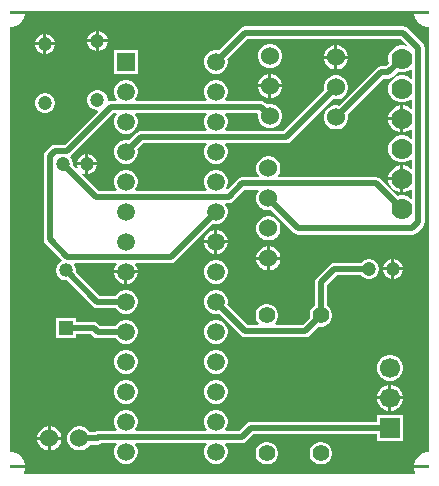
<source format=gbr>
G04*
G04 #@! TF.GenerationSoftware,Altium Limited,Altium Designer,22.4.2 (48)*
G04*
G04 Layer_Physical_Order=2*
G04 Layer_Color=16711680*
%FSLAX25Y25*%
%MOIN*%
G70*
G04*
G04 #@! TF.SameCoordinates,58CDF047-041F-4824-80A0-4C5186096447*
G04*
G04*
G04 #@! TF.FilePolarity,Positive*
G04*
G01*
G75*
%ADD26C,0.02000*%
%ADD27C,0.04693*%
%ADD28R,0.04693X0.04693*%
%ADD29C,0.06000*%
%ADD30C,0.06693*%
%ADD31R,0.06693X0.06693*%
%ADD32C,0.07000*%
%ADD33C,0.05512*%
%ADD34C,0.05906*%
%ADD35R,0.05906X0.05906*%
%ADD36C,0.04724*%
G36*
X244500Y497500D02*
X239563D01*
Y497350D01*
X239899Y496094D01*
X240549Y494969D01*
X241469Y494049D01*
X242594Y493399D01*
X243850Y493063D01*
X244500D01*
Y351437D01*
X243850D01*
X242594Y351101D01*
X241469Y350451D01*
X240549Y349531D01*
X239899Y348406D01*
X239563Y347150D01*
Y347000D01*
X244500D01*
Y346000D01*
X239563D01*
Y345850D01*
X239899Y344594D01*
X239993Y344433D01*
X239743Y344000D01*
X109757D01*
X109507Y344433D01*
X109601Y344594D01*
X109937Y345850D01*
Y346000D01*
X105000D01*
Y347000D01*
X109937D01*
Y347150D01*
X109601Y348406D01*
X108951Y349531D01*
X108031Y350451D01*
X106906Y351101D01*
X105650Y351437D01*
X105000D01*
Y493063D01*
X105650D01*
X106906Y493399D01*
X108031Y494049D01*
X108951Y494969D01*
X109601Y496094D01*
X109937Y497350D01*
Y497500D01*
X105000D01*
Y498500D01*
X244500D01*
Y497500D01*
D02*
G37*
%LPC*%
G36*
X134500Y491847D02*
Y489000D01*
X137347D01*
X137133Y489798D01*
X136690Y490564D01*
X136064Y491190D01*
X135298Y491633D01*
X134500Y491847D01*
D02*
G37*
G36*
X133500D02*
X132702Y491633D01*
X131936Y491190D01*
X131310Y490564D01*
X130867Y489798D01*
X130653Y489000D01*
X133500D01*
Y491847D01*
D02*
G37*
G36*
X117000Y490847D02*
Y488000D01*
X119847D01*
X119633Y488798D01*
X119190Y489564D01*
X118564Y490190D01*
X117798Y490633D01*
X117000Y490847D01*
D02*
G37*
G36*
X116000D02*
X115202Y490633D01*
X114436Y490190D01*
X113810Y489564D01*
X113367Y488798D01*
X113153Y488000D01*
X116000D01*
Y490847D01*
D02*
G37*
G36*
X236000Y493339D02*
X183300D01*
X182520Y493184D01*
X181858Y492742D01*
X174453Y485337D01*
X174020Y485453D01*
X172980D01*
X171974Y485183D01*
X171073Y484663D01*
X170337Y483927D01*
X169817Y483026D01*
X169547Y482020D01*
Y480980D01*
X169817Y479974D01*
X170337Y479073D01*
X171073Y478337D01*
X171974Y477817D01*
X172980Y477547D01*
X174020D01*
X175026Y477817D01*
X175927Y478337D01*
X176663Y479073D01*
X177183Y479974D01*
X177453Y480980D01*
Y482020D01*
X177337Y482453D01*
X184145Y489261D01*
X235155D01*
X237194Y487223D01*
X236935Y486774D01*
X236092Y487000D01*
X234908D01*
X233763Y486693D01*
X232737Y486101D01*
X231899Y485263D01*
X231307Y484237D01*
X231000Y483092D01*
Y481908D01*
X231216Y481100D01*
X230155Y480039D01*
X228500D01*
X227720Y479884D01*
X227058Y479442D01*
X214492Y466875D01*
X214027Y467000D01*
X212973D01*
X211956Y466727D01*
X211044Y466201D01*
X210299Y465456D01*
X209773Y464544D01*
X209500Y463527D01*
Y462473D01*
X209773Y461456D01*
X210299Y460544D01*
X211044Y459799D01*
X211956Y459273D01*
X212973Y459000D01*
X214027D01*
X215044Y459273D01*
X215956Y459799D01*
X216701Y460544D01*
X217227Y461456D01*
X217500Y462473D01*
Y463527D01*
X217375Y463992D01*
X229345Y475961D01*
X231000D01*
X231780Y476116D01*
X232442Y476558D01*
X234100Y478216D01*
X234908Y478000D01*
X236092D01*
X237237Y478307D01*
X238263Y478899D01*
X238499Y479135D01*
X238961Y478944D01*
Y476056D01*
X238499Y475865D01*
X238263Y476101D01*
X237237Y476693D01*
X236092Y477000D01*
X234908D01*
X233763Y476693D01*
X232737Y476101D01*
X231899Y475263D01*
X231307Y474237D01*
X231000Y473092D01*
Y471908D01*
X231307Y470763D01*
X231899Y469737D01*
X232737Y468899D01*
X233763Y468307D01*
X234908Y468000D01*
X236092D01*
X237237Y468307D01*
X238263Y468899D01*
X238499Y469135D01*
X238961Y468944D01*
Y466056D01*
X238499Y465865D01*
X238263Y466101D01*
X237237Y466693D01*
X236092Y467000D01*
X236000D01*
Y462500D01*
Y458000D01*
X236092D01*
X237237Y458307D01*
X238263Y458899D01*
X238499Y459135D01*
X238961Y458944D01*
Y456056D01*
X238499Y455865D01*
X238263Y456101D01*
X237237Y456693D01*
X236092Y457000D01*
X234908D01*
X233763Y456693D01*
X232737Y456101D01*
X231899Y455263D01*
X231307Y454237D01*
X231000Y453092D01*
Y451908D01*
X231307Y450763D01*
X231899Y449737D01*
X232737Y448899D01*
X233763Y448307D01*
X234908Y448000D01*
X236092D01*
X237237Y448307D01*
X238263Y448899D01*
X238499Y449135D01*
X238961Y448944D01*
Y446056D01*
X238499Y445865D01*
X238263Y446101D01*
X237237Y446693D01*
X236092Y447000D01*
X236000D01*
Y442500D01*
Y438000D01*
X236092D01*
X237237Y438307D01*
X238263Y438899D01*
X238499Y439135D01*
X238961Y438944D01*
Y436056D01*
X238499Y435865D01*
X238263Y436101D01*
X237237Y436693D01*
X236092Y437000D01*
X234908D01*
X234100Y436784D01*
X228442Y442442D01*
X227780Y442884D01*
X227000Y443039D01*
X194349D01*
X194158Y443501D01*
X194201Y443544D01*
X194727Y444456D01*
X195000Y445473D01*
Y446527D01*
X194727Y447544D01*
X194201Y448456D01*
X193456Y449201D01*
X192544Y449727D01*
X191527Y450000D01*
X190473D01*
X189456Y449727D01*
X188544Y449201D01*
X187799Y448456D01*
X187273Y447544D01*
X187000Y446527D01*
Y445473D01*
X187273Y444456D01*
X187799Y443544D01*
X187842Y443501D01*
X187651Y443039D01*
X182200D01*
X181420Y442884D01*
X180758Y442442D01*
X177187Y438870D01*
X177130Y438882D01*
X176876Y439442D01*
X177183Y439974D01*
X177453Y440980D01*
Y442020D01*
X177183Y443026D01*
X176663Y443927D01*
X175927Y444663D01*
X175026Y445183D01*
X174020Y445453D01*
X172980D01*
X171974Y445183D01*
X171073Y444663D01*
X170337Y443927D01*
X169817Y443026D01*
X169547Y442020D01*
Y440980D01*
X169817Y439974D01*
X170337Y439073D01*
X170409Y439001D01*
X170218Y438539D01*
X146783D01*
X146591Y439001D01*
X146663Y439073D01*
X147183Y439974D01*
X147453Y440980D01*
Y442020D01*
X147183Y443026D01*
X146663Y443927D01*
X145927Y444663D01*
X145026Y445183D01*
X144020Y445453D01*
X142980D01*
X141974Y445183D01*
X141073Y444663D01*
X140337Y443927D01*
X139817Y443026D01*
X139547Y442020D01*
Y440980D01*
X139817Y439974D01*
X140337Y439073D01*
X140409Y439001D01*
X140217Y438539D01*
X134345D01*
X128947Y443937D01*
X129202Y444367D01*
X130000Y444153D01*
Y447000D01*
X127153D01*
X127367Y446202D01*
X126937Y445947D01*
X125855Y447029D01*
X125862Y447057D01*
Y447943D01*
X125633Y448798D01*
X125190Y449564D01*
X124994Y449761D01*
X125043Y450258D01*
X125342Y450458D01*
X139345Y464461D01*
X140217D01*
X140409Y463999D01*
X140337Y463927D01*
X139817Y463026D01*
X139547Y462020D01*
Y460980D01*
X139817Y459974D01*
X140337Y459073D01*
X141073Y458337D01*
X141974Y457817D01*
X142980Y457547D01*
X144020D01*
X145026Y457817D01*
X145927Y458337D01*
X146663Y459073D01*
X147183Y459974D01*
X147453Y460980D01*
Y462020D01*
X147183Y463026D01*
X146663Y463927D01*
X146591Y463999D01*
X146783Y464461D01*
X170218D01*
X170409Y463999D01*
X170337Y463927D01*
X169817Y463026D01*
X169547Y462020D01*
Y460980D01*
X169817Y459974D01*
X170337Y459073D01*
X170409Y459001D01*
X170218Y458539D01*
X148500D01*
X147720Y458384D01*
X147058Y457942D01*
X144453Y455337D01*
X144020Y455453D01*
X142980D01*
X141974Y455183D01*
X141073Y454663D01*
X140337Y453927D01*
X139817Y453026D01*
X139547Y452020D01*
Y450980D01*
X139817Y449974D01*
X140337Y449073D01*
X141073Y448337D01*
X141974Y447817D01*
X142980Y447547D01*
X144020D01*
X145026Y447817D01*
X145927Y448337D01*
X146663Y449073D01*
X147183Y449974D01*
X147453Y450980D01*
Y452020D01*
X147337Y452453D01*
X149345Y454461D01*
X170218D01*
X170409Y453999D01*
X170337Y453927D01*
X169817Y453026D01*
X169547Y452020D01*
Y450980D01*
X169817Y449974D01*
X170337Y449073D01*
X171073Y448337D01*
X171974Y447817D01*
X172980Y447547D01*
X174020D01*
X175026Y447817D01*
X175927Y448337D01*
X176663Y449073D01*
X177183Y449974D01*
X177453Y450980D01*
Y452020D01*
X177183Y453026D01*
X176663Y453927D01*
X176591Y453999D01*
X176783Y454461D01*
X197000D01*
X197780Y454616D01*
X198442Y455058D01*
X212508Y469125D01*
X212973Y469000D01*
X214027D01*
X215044Y469273D01*
X215956Y469799D01*
X216701Y470544D01*
X217227Y471456D01*
X217500Y472473D01*
Y473527D01*
X217227Y474544D01*
X216701Y475456D01*
X215956Y476201D01*
X215044Y476727D01*
X214027Y477000D01*
X212973D01*
X211956Y476727D01*
X211044Y476201D01*
X210299Y475456D01*
X209773Y474544D01*
X209500Y473527D01*
Y472473D01*
X209625Y472008D01*
X196155Y458539D01*
X176783D01*
X176591Y459001D01*
X176663Y459073D01*
X177183Y459974D01*
X177453Y460980D01*
Y462020D01*
X177183Y463026D01*
X176663Y463927D01*
X176591Y463999D01*
X176783Y464461D01*
X187206D01*
X187510Y464064D01*
X187500Y464027D01*
Y462973D01*
X187773Y461956D01*
X188299Y461044D01*
X189044Y460299D01*
X189956Y459773D01*
X190973Y459500D01*
X192027D01*
X193044Y459773D01*
X193956Y460299D01*
X194701Y461044D01*
X195227Y461956D01*
X195500Y462973D01*
Y464027D01*
X195227Y465044D01*
X194701Y465956D01*
X193956Y466701D01*
X193044Y467227D01*
X192027Y467500D01*
X190973D01*
X190508Y467375D01*
X189942Y467942D01*
X189280Y468384D01*
X188500Y468539D01*
X176783D01*
X176591Y469001D01*
X176663Y469073D01*
X177183Y469974D01*
X177453Y470980D01*
Y472020D01*
X177183Y473026D01*
X176663Y473927D01*
X175927Y474663D01*
X175026Y475183D01*
X174020Y475453D01*
X172980D01*
X171974Y475183D01*
X171073Y474663D01*
X170337Y473927D01*
X169817Y473026D01*
X169547Y472020D01*
Y470980D01*
X169817Y469974D01*
X170337Y469073D01*
X170409Y469001D01*
X170218Y468539D01*
X146783D01*
X146591Y469001D01*
X146663Y469073D01*
X147183Y469974D01*
X147453Y470980D01*
Y472020D01*
X147183Y473026D01*
X146663Y473927D01*
X145927Y474663D01*
X145026Y475183D01*
X144020Y475453D01*
X142980D01*
X141974Y475183D01*
X141073Y474663D01*
X140337Y473927D01*
X139817Y473026D01*
X139547Y472020D01*
Y470980D01*
X139817Y469974D01*
X140337Y469073D01*
X140409Y469001D01*
X140217Y468539D01*
X138500D01*
X137862Y468412D01*
X137467Y468640D01*
X137362Y468747D01*
Y469258D01*
X137133Y470113D01*
X136690Y470879D01*
X136064Y471505D01*
X135298Y471948D01*
X134443Y472177D01*
X133557D01*
X132702Y471948D01*
X131936Y471505D01*
X131310Y470879D01*
X130867Y470113D01*
X130638Y469258D01*
Y468372D01*
X130867Y467517D01*
X131310Y466750D01*
X131936Y466124D01*
X132702Y465682D01*
X133557Y465453D01*
X133862D01*
X134069Y464953D01*
X123055Y453939D01*
X120000D01*
X120000Y453939D01*
X119220Y453784D01*
X118558Y453342D01*
X116658Y451442D01*
X116216Y450780D01*
X116061Y450000D01*
Y422400D01*
X116216Y421620D01*
X116658Y420958D01*
X122052Y415564D01*
X121943Y414965D01*
X121445Y414678D01*
X120822Y414055D01*
X120382Y413292D01*
X120153Y412441D01*
Y411559D01*
X120382Y410708D01*
X120822Y409945D01*
X121445Y409322D01*
X122208Y408882D01*
X123059Y408653D01*
X123941D01*
X123958Y408658D01*
X132558Y400058D01*
X133220Y399616D01*
X134000Y399461D01*
X140113D01*
X140337Y399073D01*
X141073Y398337D01*
X141974Y397817D01*
X142980Y397547D01*
X144020D01*
X145026Y397817D01*
X145927Y398337D01*
X146663Y399073D01*
X147183Y399974D01*
X147453Y400980D01*
Y402020D01*
X147183Y403026D01*
X146663Y403927D01*
X145927Y404663D01*
X145026Y405183D01*
X144020Y405453D01*
X142980D01*
X141974Y405183D01*
X141073Y404663D01*
X140337Y403927D01*
X140113Y403539D01*
X134845D01*
X126842Y411542D01*
X126847Y411559D01*
Y412441D01*
X126618Y413292D01*
X126232Y413961D01*
X126408Y414461D01*
X140217D01*
X140409Y413999D01*
X140337Y413927D01*
X139817Y413026D01*
X139547Y412020D01*
Y412000D01*
X147453D01*
Y412020D01*
X147183Y413026D01*
X146663Y413927D01*
X146591Y413999D01*
X146783Y414461D01*
X158500D01*
X159280Y414616D01*
X159942Y415058D01*
X172547Y427663D01*
X172980Y427547D01*
X174020D01*
X175026Y427817D01*
X175927Y428337D01*
X176663Y429073D01*
X177183Y429974D01*
X177453Y430980D01*
Y432020D01*
X177183Y433026D01*
X176663Y433927D01*
X176591Y433999D01*
X176783Y434461D01*
X177700D01*
X178480Y434616D01*
X179142Y435058D01*
X183045Y438961D01*
X187651D01*
X187842Y438499D01*
X187799Y438456D01*
X187273Y437544D01*
X187000Y436527D01*
Y435473D01*
X187273Y434456D01*
X187799Y433544D01*
X188544Y432799D01*
X189456Y432273D01*
X190473Y432000D01*
X191527D01*
X191992Y432125D01*
X199558Y424558D01*
X199558Y424558D01*
X200220Y424116D01*
X201000Y423961D01*
X201000Y423961D01*
X239000D01*
X239780Y424116D01*
X240442Y424558D01*
X242442Y426558D01*
X242884Y427220D01*
X243039Y428000D01*
Y486300D01*
X242884Y487080D01*
X242442Y487742D01*
X237442Y492742D01*
X236780Y493184D01*
X236000Y493339D01*
D02*
G37*
G36*
X137347Y488000D02*
X134500D01*
Y485153D01*
X135298Y485367D01*
X136064Y485810D01*
X136690Y486436D01*
X137133Y487202D01*
X137347Y488000D01*
D02*
G37*
G36*
X133500D02*
X130653D01*
X130867Y487202D01*
X131310Y486436D01*
X131936Y485810D01*
X132702Y485367D01*
X133500Y485153D01*
Y488000D01*
D02*
G37*
G36*
X119847Y487000D02*
X117000D01*
Y484153D01*
X117798Y484367D01*
X118564Y484810D01*
X119190Y485436D01*
X119633Y486202D01*
X119847Y487000D01*
D02*
G37*
G36*
X116000D02*
X113153D01*
X113367Y486202D01*
X113810Y485436D01*
X114436Y484810D01*
X115202Y484367D01*
X116000Y484153D01*
Y487000D01*
D02*
G37*
G36*
X214027D02*
X214000D01*
Y483500D01*
X217500D01*
Y483527D01*
X217227Y484544D01*
X216701Y485456D01*
X215956Y486201D01*
X215044Y486727D01*
X214027Y487000D01*
D02*
G37*
G36*
X213000D02*
X212973D01*
X211956Y486727D01*
X211044Y486201D01*
X210299Y485456D01*
X209773Y484544D01*
X209500Y483527D01*
Y483500D01*
X213000D01*
Y487000D01*
D02*
G37*
G36*
X192027Y487500D02*
X190973D01*
X189956Y487227D01*
X189044Y486701D01*
X188299Y485956D01*
X187773Y485044D01*
X187500Y484027D01*
Y482973D01*
X187773Y481956D01*
X188299Y481044D01*
X189044Y480299D01*
X189956Y479773D01*
X190973Y479500D01*
X192027D01*
X193044Y479773D01*
X193956Y480299D01*
X194701Y481044D01*
X195227Y481956D01*
X195500Y482973D01*
Y484027D01*
X195227Y485044D01*
X194701Y485956D01*
X193956Y486701D01*
X193044Y487227D01*
X192027Y487500D01*
D02*
G37*
G36*
X217500Y482500D02*
X214000D01*
Y479000D01*
X214027D01*
X215044Y479273D01*
X215956Y479799D01*
X216701Y480544D01*
X217227Y481456D01*
X217500Y482473D01*
Y482500D01*
D02*
G37*
G36*
X213000D02*
X209500D01*
Y482473D01*
X209773Y481456D01*
X210299Y480544D01*
X211044Y479799D01*
X211956Y479273D01*
X212973Y479000D01*
X213000D01*
Y482500D01*
D02*
G37*
G36*
X147453Y485453D02*
X139547D01*
Y477547D01*
X147453D01*
Y485453D01*
D02*
G37*
G36*
X192027Y477500D02*
X192000D01*
Y474000D01*
X195500D01*
Y474027D01*
X195227Y475044D01*
X194701Y475956D01*
X193956Y476701D01*
X193044Y477227D01*
X192027Y477500D01*
D02*
G37*
G36*
X191000D02*
X190973D01*
X189956Y477227D01*
X189044Y476701D01*
X188299Y475956D01*
X187773Y475044D01*
X187500Y474027D01*
Y474000D01*
X191000D01*
Y477500D01*
D02*
G37*
G36*
X195500Y473000D02*
X192000D01*
Y469500D01*
X192027D01*
X193044Y469773D01*
X193956Y470299D01*
X194701Y471044D01*
X195227Y471956D01*
X195500Y472973D01*
Y473000D01*
D02*
G37*
G36*
X191000D02*
X187500D01*
Y472973D01*
X187773Y471956D01*
X188299Y471044D01*
X189044Y470299D01*
X189956Y469773D01*
X190973Y469500D01*
X191000D01*
Y473000D01*
D02*
G37*
G36*
X116943Y471177D02*
X116057D01*
X115202Y470948D01*
X114436Y470505D01*
X113810Y469879D01*
X113367Y469113D01*
X113138Y468258D01*
Y467372D01*
X113367Y466517D01*
X113810Y465751D01*
X114436Y465125D01*
X115202Y464682D01*
X116057Y464453D01*
X116943D01*
X117798Y464682D01*
X118564Y465125D01*
X119190Y465751D01*
X119633Y466517D01*
X119862Y467372D01*
Y468258D01*
X119633Y469113D01*
X119190Y469879D01*
X118564Y470505D01*
X117798Y470948D01*
X116943Y471177D01*
D02*
G37*
G36*
X235000Y467000D02*
X234908D01*
X233763Y466693D01*
X232737Y466101D01*
X231899Y465263D01*
X231307Y464237D01*
X231000Y463092D01*
Y463000D01*
X235000D01*
Y467000D01*
D02*
G37*
G36*
Y462000D02*
X231000D01*
Y461908D01*
X231307Y460763D01*
X231899Y459737D01*
X232737Y458899D01*
X233763Y458307D01*
X234908Y458000D01*
X235000D01*
Y462000D01*
D02*
G37*
G36*
X131000Y450847D02*
Y448000D01*
X133847D01*
X133633Y448798D01*
X133190Y449564D01*
X132564Y450190D01*
X131798Y450633D01*
X131000Y450847D01*
D02*
G37*
G36*
X130000D02*
X129202Y450633D01*
X128436Y450190D01*
X127810Y449564D01*
X127367Y448798D01*
X127153Y448000D01*
X130000D01*
Y450847D01*
D02*
G37*
G36*
X133847Y447000D02*
X131000D01*
Y444153D01*
X131798Y444367D01*
X132564Y444810D01*
X133190Y445436D01*
X133633Y446202D01*
X133847Y447000D01*
D02*
G37*
G36*
X235000D02*
X234908D01*
X233763Y446693D01*
X232737Y446101D01*
X231899Y445263D01*
X231307Y444237D01*
X231000Y443092D01*
Y443000D01*
X235000D01*
Y447000D01*
D02*
G37*
G36*
Y442000D02*
X231000D01*
Y441908D01*
X231307Y440763D01*
X231899Y439737D01*
X232737Y438899D01*
X233763Y438307D01*
X234908Y438000D01*
X235000D01*
Y442000D01*
D02*
G37*
G36*
X191527Y430000D02*
X190473D01*
X189456Y429727D01*
X188544Y429201D01*
X187799Y428456D01*
X187273Y427544D01*
X187000Y426527D01*
Y425473D01*
X187273Y424456D01*
X187799Y423544D01*
X188544Y422799D01*
X189456Y422273D01*
X190473Y422000D01*
X191527D01*
X192544Y422273D01*
X193456Y422799D01*
X194201Y423544D01*
X194727Y424456D01*
X195000Y425473D01*
Y426527D01*
X194727Y427544D01*
X194201Y428456D01*
X193456Y429201D01*
X192544Y429727D01*
X191527Y430000D01*
D02*
G37*
G36*
X174020Y425453D02*
X174000D01*
Y422000D01*
X177453D01*
Y422020D01*
X177183Y423026D01*
X176663Y423927D01*
X175927Y424663D01*
X175026Y425183D01*
X174020Y425453D01*
D02*
G37*
G36*
X173000D02*
X172980D01*
X171974Y425183D01*
X171073Y424663D01*
X170337Y423927D01*
X169817Y423026D01*
X169547Y422020D01*
Y422000D01*
X173000D01*
Y425453D01*
D02*
G37*
G36*
X177453Y421000D02*
X174000D01*
Y417547D01*
X174020D01*
X175026Y417817D01*
X175927Y418337D01*
X176663Y419073D01*
X177183Y419974D01*
X177453Y420980D01*
Y421000D01*
D02*
G37*
G36*
X173000D02*
X169547D01*
Y420980D01*
X169817Y419974D01*
X170337Y419073D01*
X171073Y418337D01*
X171974Y417817D01*
X172980Y417547D01*
X173000D01*
Y421000D01*
D02*
G37*
G36*
X191527Y420000D02*
X191500D01*
Y416500D01*
X195000D01*
Y416527D01*
X194727Y417544D01*
X194201Y418456D01*
X193456Y419201D01*
X192544Y419727D01*
X191527Y420000D01*
D02*
G37*
G36*
X190500D02*
X190473D01*
X189456Y419727D01*
X188544Y419201D01*
X187799Y418456D01*
X187273Y417544D01*
X187000Y416527D01*
Y416500D01*
X190500D01*
Y420000D01*
D02*
G37*
G36*
X233000Y415847D02*
Y413000D01*
X235847D01*
X235633Y413798D01*
X235190Y414564D01*
X234564Y415190D01*
X233798Y415633D01*
X233000Y415847D01*
D02*
G37*
G36*
X232000D02*
X231202Y415633D01*
X230436Y415190D01*
X229810Y414564D01*
X229367Y413798D01*
X229153Y413000D01*
X232000D01*
Y415847D01*
D02*
G37*
G36*
X195000Y415500D02*
X191500D01*
Y412000D01*
X191527D01*
X192544Y412273D01*
X193456Y412799D01*
X194201Y413544D01*
X194727Y414456D01*
X195000Y415473D01*
Y415500D01*
D02*
G37*
G36*
X190500D02*
X187000D01*
Y415473D01*
X187273Y414456D01*
X187799Y413544D01*
X188544Y412799D01*
X189456Y412273D01*
X190473Y412000D01*
X190500D01*
Y415500D01*
D02*
G37*
G36*
X235847Y412000D02*
X233000D01*
Y409153D01*
X233798Y409367D01*
X234564Y409810D01*
X235190Y410436D01*
X235633Y411202D01*
X235847Y412000D01*
D02*
G37*
G36*
X232000D02*
X229153D01*
X229367Y411202D01*
X229810Y410436D01*
X230436Y409810D01*
X231202Y409367D01*
X232000Y409153D01*
Y412000D01*
D02*
G37*
G36*
X224943Y415862D02*
X224057D01*
X223202Y415633D01*
X222436Y415190D01*
X221810Y414564D01*
X221795Y414539D01*
X213000D01*
X212220Y414384D01*
X211558Y413942D01*
X207058Y409442D01*
X206616Y408780D01*
X206461Y408000D01*
Y400160D01*
X206194Y400005D01*
X205494Y399306D01*
X205000Y398450D01*
X204744Y397495D01*
Y396505D01*
X204824Y396208D01*
X202455Y393839D01*
X193358D01*
X193151Y394339D01*
X193506Y394694D01*
X194000Y395550D01*
X194256Y396506D01*
Y397495D01*
X194000Y398450D01*
X193506Y399306D01*
X192806Y400005D01*
X191950Y400500D01*
X190995Y400756D01*
X190006D01*
X189050Y400500D01*
X188194Y400005D01*
X187495Y399306D01*
X187000Y398450D01*
X186744Y397495D01*
Y396506D01*
X187000Y395550D01*
X187495Y394694D01*
X187849Y394339D01*
X187642Y393839D01*
X184045D01*
X177337Y400547D01*
X177453Y400980D01*
Y402020D01*
X177183Y403026D01*
X176663Y403927D01*
X175927Y404663D01*
X175026Y405183D01*
X174020Y405453D01*
X172980D01*
X171974Y405183D01*
X171073Y404663D01*
X170337Y403927D01*
X169817Y403026D01*
X169547Y402020D01*
Y400980D01*
X169817Y399974D01*
X170337Y399073D01*
X171073Y398337D01*
X171974Y397817D01*
X172980Y397547D01*
X174020D01*
X174453Y397663D01*
X181758Y390358D01*
X182420Y389916D01*
X183200Y389761D01*
X203300D01*
X204080Y389916D01*
X204742Y390358D01*
X207708Y393324D01*
X208005Y393244D01*
X208995D01*
X209950Y393500D01*
X210806Y393994D01*
X211506Y394694D01*
X212000Y395550D01*
X212256Y396505D01*
Y397495D01*
X212000Y398450D01*
X211506Y399306D01*
X210806Y400005D01*
X210539Y400160D01*
Y407155D01*
X213845Y410461D01*
X221795D01*
X221810Y410436D01*
X222436Y409810D01*
X223202Y409367D01*
X224057Y409138D01*
X224943D01*
X225798Y409367D01*
X226564Y409810D01*
X227190Y410436D01*
X227633Y411202D01*
X227862Y412057D01*
Y412943D01*
X227633Y413798D01*
X227190Y414564D01*
X226564Y415190D01*
X225798Y415633D01*
X224943Y415862D01*
D02*
G37*
G36*
X174020Y415453D02*
X172980D01*
X171974Y415183D01*
X171073Y414663D01*
X170337Y413927D01*
X169817Y413026D01*
X169547Y412020D01*
Y410980D01*
X169817Y409974D01*
X170337Y409073D01*
X171073Y408337D01*
X171974Y407817D01*
X172980Y407547D01*
X174020D01*
X175026Y407817D01*
X175927Y408337D01*
X176663Y409073D01*
X177183Y409974D01*
X177453Y410980D01*
Y412020D01*
X177183Y413026D01*
X176663Y413927D01*
X175927Y414663D01*
X175026Y415183D01*
X174020Y415453D01*
D02*
G37*
G36*
X147453Y411000D02*
X144000D01*
Y407547D01*
X144020D01*
X145026Y407817D01*
X145927Y408337D01*
X146663Y409073D01*
X147183Y409974D01*
X147453Y410980D01*
Y411000D01*
D02*
G37*
G36*
X143000D02*
X139547D01*
Y410980D01*
X139817Y409974D01*
X140337Y409073D01*
X141073Y408337D01*
X141974Y407817D01*
X142980Y407547D01*
X143000D01*
Y411000D01*
D02*
G37*
G36*
X174020Y395453D02*
X172980D01*
X171974Y395183D01*
X171073Y394663D01*
X170337Y393927D01*
X169817Y393026D01*
X169547Y392020D01*
Y390980D01*
X169817Y389974D01*
X170337Y389073D01*
X171073Y388337D01*
X171974Y387817D01*
X172980Y387547D01*
X174020D01*
X175026Y387817D01*
X175927Y388337D01*
X176663Y389073D01*
X177183Y389974D01*
X177453Y390980D01*
Y392020D01*
X177183Y393026D01*
X176663Y393927D01*
X175927Y394663D01*
X175026Y395183D01*
X174020Y395453D01*
D02*
G37*
G36*
X126847Y396134D02*
X120153D01*
Y389441D01*
X126847D01*
Y390748D01*
X131955D01*
X132645Y390058D01*
X133307Y389616D01*
X134087Y389461D01*
X140113D01*
X140337Y389073D01*
X141073Y388337D01*
X141974Y387817D01*
X142980Y387547D01*
X144020D01*
X145026Y387817D01*
X145927Y388337D01*
X146663Y389073D01*
X147183Y389974D01*
X147453Y390980D01*
Y392020D01*
X147183Y393026D01*
X146663Y393927D01*
X145927Y394663D01*
X145026Y395183D01*
X144020Y395453D01*
X142980D01*
X141974Y395183D01*
X141073Y394663D01*
X140337Y393927D01*
X140113Y393539D01*
X134932D01*
X134242Y394229D01*
X133580Y394671D01*
X132800Y394827D01*
X126847D01*
Y396134D01*
D02*
G37*
G36*
X174020Y385453D02*
X172980D01*
X171974Y385183D01*
X171073Y384663D01*
X170337Y383927D01*
X169817Y383026D01*
X169547Y382020D01*
Y380980D01*
X169817Y379974D01*
X170337Y379073D01*
X171073Y378337D01*
X171974Y377817D01*
X172980Y377547D01*
X174020D01*
X175026Y377817D01*
X175927Y378337D01*
X176663Y379073D01*
X177183Y379974D01*
X177453Y380980D01*
Y382020D01*
X177183Y383026D01*
X176663Y383927D01*
X175927Y384663D01*
X175026Y385183D01*
X174020Y385453D01*
D02*
G37*
G36*
X144020D02*
X142980D01*
X141974Y385183D01*
X141073Y384663D01*
X140337Y383927D01*
X139817Y383026D01*
X139547Y382020D01*
Y380980D01*
X139817Y379974D01*
X140337Y379073D01*
X141073Y378337D01*
X141974Y377817D01*
X142980Y377547D01*
X144020D01*
X145026Y377817D01*
X145927Y378337D01*
X146663Y379073D01*
X147183Y379974D01*
X147453Y380980D01*
Y382020D01*
X147183Y383026D01*
X146663Y383927D01*
X145927Y384663D01*
X145026Y385183D01*
X144020Y385453D01*
D02*
G37*
G36*
X232072Y383846D02*
X230928D01*
X229822Y383550D01*
X228831Y382978D01*
X228022Y382169D01*
X227450Y381178D01*
X227153Y380072D01*
Y378928D01*
X227450Y377822D01*
X228022Y376831D01*
X228831Y376022D01*
X229822Y375450D01*
X230928Y375153D01*
X232072D01*
X233178Y375450D01*
X234169Y376022D01*
X234978Y376831D01*
X235550Y377822D01*
X235846Y378928D01*
Y380072D01*
X235550Y381178D01*
X234978Y382169D01*
X234169Y382978D01*
X233178Y383550D01*
X232072Y383846D01*
D02*
G37*
G36*
Y373847D02*
X232000D01*
Y370000D01*
X235846D01*
Y370072D01*
X235550Y371178D01*
X234978Y372169D01*
X234169Y372978D01*
X233178Y373550D01*
X232072Y373847D01*
D02*
G37*
G36*
X231000D02*
X230928D01*
X229822Y373550D01*
X228831Y372978D01*
X228022Y372169D01*
X227450Y371178D01*
X227153Y370072D01*
Y370000D01*
X231000D01*
Y373847D01*
D02*
G37*
G36*
X174020Y375453D02*
X172980D01*
X171974Y375183D01*
X171073Y374663D01*
X170337Y373927D01*
X169817Y373026D01*
X169547Y372020D01*
Y370980D01*
X169817Y369974D01*
X170337Y369073D01*
X171073Y368337D01*
X171974Y367817D01*
X172980Y367547D01*
X174020D01*
X175026Y367817D01*
X175927Y368337D01*
X176663Y369073D01*
X177183Y369974D01*
X177453Y370980D01*
Y372020D01*
X177183Y373026D01*
X176663Y373927D01*
X175927Y374663D01*
X175026Y375183D01*
X174020Y375453D01*
D02*
G37*
G36*
X144020D02*
X142980D01*
X141974Y375183D01*
X141073Y374663D01*
X140337Y373927D01*
X139817Y373026D01*
X139547Y372020D01*
Y370980D01*
X139817Y369974D01*
X140337Y369073D01*
X141073Y368337D01*
X141974Y367817D01*
X142980Y367547D01*
X144020D01*
X145026Y367817D01*
X145927Y368337D01*
X146663Y369073D01*
X147183Y369974D01*
X147453Y370980D01*
Y372020D01*
X147183Y373026D01*
X146663Y373927D01*
X145927Y374663D01*
X145026Y375183D01*
X144020Y375453D01*
D02*
G37*
G36*
X235846Y369000D02*
X232000D01*
Y365154D01*
X232072D01*
X233178Y365450D01*
X234169Y366022D01*
X234978Y366831D01*
X235550Y367822D01*
X235846Y368928D01*
Y369000D01*
D02*
G37*
G36*
X231000D02*
X227153D01*
Y368928D01*
X227450Y367822D01*
X228022Y366831D01*
X228831Y366022D01*
X229822Y365450D01*
X230928Y365154D01*
X231000D01*
Y369000D01*
D02*
G37*
G36*
X174020Y365453D02*
X172980D01*
X171974Y365183D01*
X171073Y364663D01*
X170337Y363927D01*
X169817Y363026D01*
X169547Y362020D01*
Y360980D01*
X169817Y359974D01*
X170337Y359073D01*
X170409Y359001D01*
X170218Y358539D01*
X146783D01*
X146591Y359001D01*
X146663Y359073D01*
X147183Y359974D01*
X147453Y360980D01*
Y362020D01*
X147183Y363026D01*
X146663Y363927D01*
X145927Y364663D01*
X145026Y365183D01*
X144020Y365453D01*
X142980D01*
X141974Y365183D01*
X141073Y364663D01*
X140337Y363927D01*
X139817Y363026D01*
X139547Y362020D01*
Y360980D01*
X139817Y359974D01*
X140337Y359073D01*
X140409Y359001D01*
X140217Y358539D01*
X134400D01*
X134400Y358539D01*
X133620Y358384D01*
X133104Y358039D01*
X131441D01*
X131201Y358456D01*
X130456Y359201D01*
X129544Y359727D01*
X128527Y360000D01*
X127473D01*
X126456Y359727D01*
X125544Y359201D01*
X124799Y358456D01*
X124273Y357544D01*
X124000Y356527D01*
Y355473D01*
X124273Y354456D01*
X124799Y353544D01*
X125544Y352799D01*
X126456Y352273D01*
X127473Y352000D01*
X128527D01*
X129544Y352273D01*
X130456Y352799D01*
X131201Y353544D01*
X131441Y353961D01*
X133900D01*
X134680Y354116D01*
X135196Y354461D01*
X140217D01*
X140409Y353999D01*
X140337Y353927D01*
X139817Y353026D01*
X139547Y352020D01*
Y350980D01*
X139817Y349974D01*
X140337Y349073D01*
X141073Y348337D01*
X141974Y347817D01*
X142980Y347547D01*
X144020D01*
X145026Y347817D01*
X145927Y348337D01*
X146663Y349073D01*
X147183Y349974D01*
X147453Y350980D01*
Y352020D01*
X147183Y353026D01*
X146663Y353927D01*
X146591Y353999D01*
X146783Y354461D01*
X170218D01*
X170409Y353999D01*
X170337Y353927D01*
X169817Y353026D01*
X169547Y352020D01*
Y350980D01*
X169817Y349974D01*
X170337Y349073D01*
X171073Y348337D01*
X171974Y347817D01*
X172980Y347547D01*
X174020D01*
X175026Y347817D01*
X175927Y348337D01*
X176663Y349073D01*
X177183Y349974D01*
X177453Y350980D01*
Y352020D01*
X177183Y353026D01*
X176663Y353927D01*
X176591Y353999D01*
X176783Y354461D01*
X182100D01*
X182880Y354616D01*
X183542Y355058D01*
X185945Y357461D01*
X227153D01*
Y355153D01*
X235846D01*
Y363846D01*
X227153D01*
Y361539D01*
X185100D01*
X184320Y361384D01*
X183658Y360942D01*
X181255Y358539D01*
X176783D01*
X176591Y359001D01*
X176663Y359073D01*
X177183Y359974D01*
X177453Y360980D01*
Y362020D01*
X177183Y363026D01*
X176663Y363927D01*
X175927Y364663D01*
X175026Y365183D01*
X174020Y365453D01*
D02*
G37*
G36*
X118527Y360000D02*
X118500D01*
Y356500D01*
X122000D01*
Y356527D01*
X121727Y357544D01*
X121201Y358456D01*
X120456Y359201D01*
X119544Y359727D01*
X118527Y360000D01*
D02*
G37*
G36*
X117500D02*
X117473D01*
X116456Y359727D01*
X115544Y359201D01*
X114799Y358456D01*
X114273Y357544D01*
X114000Y356527D01*
Y356500D01*
X117500D01*
Y360000D01*
D02*
G37*
G36*
X122000Y355500D02*
X118500D01*
Y352000D01*
X118527D01*
X119544Y352273D01*
X120456Y352799D01*
X121201Y353544D01*
X121727Y354456D01*
X122000Y355473D01*
Y355500D01*
D02*
G37*
G36*
X117500D02*
X114000D01*
Y355473D01*
X114273Y354456D01*
X114799Y353544D01*
X115544Y352799D01*
X116456Y352273D01*
X117473Y352000D01*
X117500D01*
Y355500D01*
D02*
G37*
G36*
X190995Y354823D02*
X190006D01*
X189050Y354567D01*
X188194Y354072D01*
X187495Y353373D01*
X187000Y352517D01*
X186744Y351561D01*
Y350572D01*
X187000Y349617D01*
X187495Y348761D01*
X188194Y348061D01*
X189050Y347567D01*
X190006Y347311D01*
X190995D01*
X191950Y347567D01*
X192806Y348061D01*
X193506Y348761D01*
X194000Y349617D01*
X194256Y350572D01*
Y351561D01*
X194000Y352517D01*
X193506Y353373D01*
X192806Y354072D01*
X191950Y354567D01*
X190995Y354823D01*
D02*
G37*
G36*
X208995Y354823D02*
X208005D01*
X207050Y354567D01*
X206194Y354072D01*
X205494Y353373D01*
X205000Y352517D01*
X204744Y351561D01*
Y350572D01*
X205000Y349617D01*
X205494Y348761D01*
X206194Y348061D01*
X207050Y347567D01*
X208005Y347311D01*
X208995D01*
X209950Y347567D01*
X210806Y348061D01*
X211506Y348761D01*
X212000Y349617D01*
X212256Y350572D01*
Y351561D01*
X212000Y352517D01*
X211506Y353373D01*
X210806Y354072D01*
X209950Y354567D01*
X208995Y354823D01*
D02*
G37*
%LPD*%
D26*
X183300Y491300D02*
X236000D01*
X203300Y391800D02*
X208500Y397000D01*
X183200Y391800D02*
X203300D01*
X173500Y401500D02*
X183200Y391800D01*
X122500Y447500D02*
X133500Y436500D01*
X177700D01*
X182200Y441000D01*
X227000D01*
X235500Y432500D01*
X143500Y451500D02*
X148500Y456500D01*
X197000D01*
X213500Y473000D01*
X191000Y436000D02*
X201000Y426000D01*
X239000D01*
X241000Y428000D01*
Y486300D01*
X236000Y491300D02*
X241000Y486300D01*
X173500Y481500D02*
X183300Y491300D01*
X188500Y466500D02*
X191500Y463500D01*
X138500Y466500D02*
X188500D01*
X123900Y451900D02*
X138500Y466500D01*
X120000Y451900D02*
X123900D01*
X118100Y450000D02*
X120000Y451900D01*
X118100Y422400D02*
Y450000D01*
Y422400D02*
X124000Y416500D01*
X158500D01*
X173500Y431500D01*
X213000Y412500D02*
X224500D01*
X208500Y408000D02*
X213000Y412500D01*
X208500Y397000D02*
Y408000D01*
X213500Y463000D02*
X228500Y478000D01*
X231000D01*
X235500Y482500D01*
X134000Y401500D02*
X143500D01*
X123500Y412000D02*
X134000Y401500D01*
X185100Y359500D02*
X231500D01*
X182100Y356500D02*
X185100Y359500D01*
X134400Y356500D02*
X182100D01*
X133900Y356000D02*
X134400Y356500D01*
X128000Y356000D02*
X133900D01*
X134087Y391500D02*
X143500D01*
X132800Y392787D02*
X134087Y391500D01*
X123500Y392787D02*
X132800D01*
D27*
X123500Y412000D02*
D03*
D28*
Y392787D02*
D03*
D29*
X191000Y436000D02*
D03*
Y446000D02*
D03*
Y426000D02*
D03*
Y416000D02*
D03*
X128000Y356000D02*
D03*
X118000D02*
D03*
X191500Y463500D02*
D03*
Y473500D02*
D03*
Y483500D02*
D03*
X213500Y483000D02*
D03*
Y473000D02*
D03*
Y463000D02*
D03*
D30*
X231500Y379500D02*
D03*
Y369500D02*
D03*
D31*
Y359500D02*
D03*
D32*
X235500Y482500D02*
D03*
Y432500D02*
D03*
Y472500D02*
D03*
Y462500D02*
D03*
Y442500D02*
D03*
Y452500D02*
D03*
D33*
X190500Y397000D02*
D03*
Y351067D02*
D03*
X208500Y397000D02*
D03*
Y351067D02*
D03*
D34*
X173500Y351500D02*
D03*
Y361500D02*
D03*
Y371500D02*
D03*
Y381500D02*
D03*
Y391500D02*
D03*
Y401500D02*
D03*
Y411500D02*
D03*
Y421500D02*
D03*
Y431500D02*
D03*
Y441500D02*
D03*
Y451500D02*
D03*
Y461500D02*
D03*
Y471500D02*
D03*
Y481500D02*
D03*
X143500Y351500D02*
D03*
Y361500D02*
D03*
Y371500D02*
D03*
Y381500D02*
D03*
Y391500D02*
D03*
Y401500D02*
D03*
Y411500D02*
D03*
Y421500D02*
D03*
Y431500D02*
D03*
Y441500D02*
D03*
Y451500D02*
D03*
Y461500D02*
D03*
Y471500D02*
D03*
D35*
Y481500D02*
D03*
D36*
X134000Y468815D02*
D03*
Y488500D02*
D03*
X116500Y467815D02*
D03*
Y487500D02*
D03*
X224500Y412500D02*
D03*
X232500D02*
D03*
X122500Y447500D02*
D03*
X130500D02*
D03*
M02*

</source>
